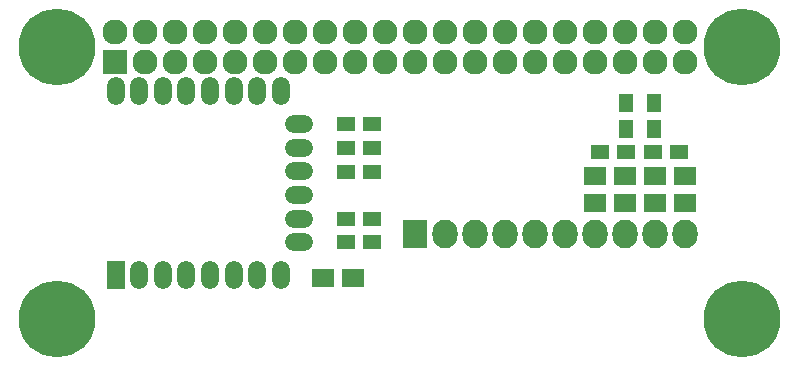
<source format=gts>
G04 #@! TF.FileFunction,Soldermask,Top*
%FSLAX46Y46*%
G04 Gerber Fmt 4.6, Leading zero omitted, Abs format (unit mm)*
G04 Created by KiCad (PCBNEW 4.0.0-stable) date 1/17/2016 1:01:26 AM*
%MOMM*%
G01*
G04 APERTURE LIST*
%ADD10C,0.150000*%
%ADD11R,1.900000X1.650000*%
%ADD12R,2.127200X2.127200*%
%ADD13O,2.127200X2.127200*%
%ADD14R,2.127200X2.432000*%
%ADD15O,2.127200X2.432000*%
%ADD16R,1.600000X1.300000*%
%ADD17C,6.500000*%
%ADD18O,2.400000X1.500000*%
%ADD19R,1.500000X2.400000*%
%ADD20O,1.500000X2.400000*%
%ADD21R,1.300000X1.600000*%
G04 APERTURE END LIST*
D10*
D11*
X119114000Y-101646000D03*
X121614000Y-101646000D03*
D12*
X73370000Y-89770000D03*
D13*
X73370000Y-87230000D03*
X75910000Y-89770000D03*
X75910000Y-87230000D03*
X78450000Y-89770000D03*
X78450000Y-87230000D03*
X80990000Y-89770000D03*
X80990000Y-87230000D03*
X83530000Y-89770000D03*
X83530000Y-87230000D03*
X86070000Y-89770000D03*
X86070000Y-87230000D03*
X88610000Y-89770000D03*
X88610000Y-87230000D03*
X91150000Y-89770000D03*
X91150000Y-87230000D03*
X93690000Y-89770000D03*
X93690000Y-87230000D03*
X96230000Y-89770000D03*
X96230000Y-87230000D03*
X98770000Y-89770000D03*
X98770000Y-87230000D03*
X101310000Y-89770000D03*
X101310000Y-87230000D03*
X103850000Y-89770000D03*
X103850000Y-87230000D03*
X106390000Y-89770000D03*
X106390000Y-87230000D03*
X108930000Y-89770000D03*
X108930000Y-87230000D03*
X111470000Y-89770000D03*
X111470000Y-87230000D03*
X114010000Y-89770000D03*
X114010000Y-87230000D03*
X116550000Y-89770000D03*
X116550000Y-87230000D03*
X119090000Y-89770000D03*
X119090000Y-87230000D03*
X121630000Y-89770000D03*
X121630000Y-87230000D03*
D11*
X121594000Y-99360000D03*
X119094000Y-99360000D03*
D14*
X98765000Y-104350000D03*
D15*
X101305000Y-104350000D03*
X103845000Y-104350000D03*
X106385000Y-104350000D03*
X108925000Y-104350000D03*
X111465000Y-104350000D03*
X114005000Y-104350000D03*
X116545000Y-104350000D03*
X119085000Y-104350000D03*
X121625000Y-104350000D03*
D16*
X95100000Y-105010000D03*
X92900000Y-105010000D03*
X95100000Y-103010000D03*
X92900000Y-103010000D03*
X95100000Y-97010000D03*
X92900000Y-97010000D03*
X95100000Y-95010000D03*
X92900000Y-95010000D03*
X95105400Y-99034600D03*
X92905400Y-99034600D03*
D11*
X91002800Y-108077000D03*
X93502800Y-108077000D03*
D17*
X68500000Y-111500000D03*
X126500000Y-111500000D03*
X126500000Y-88500000D03*
X68500000Y-88500000D03*
D18*
X88969200Y-105010000D03*
X88969200Y-103010000D03*
X88969200Y-101010000D03*
X88969200Y-99010000D03*
X88969200Y-97010000D03*
X88969200Y-95010000D03*
D19*
X73419200Y-107800000D03*
D20*
X75419200Y-107800000D03*
X77419200Y-107800000D03*
X79419200Y-107800000D03*
X81419200Y-107800000D03*
X83419200Y-107800000D03*
X85419200Y-107800000D03*
X87419200Y-107800000D03*
X87419200Y-92200000D03*
X85419200Y-92200000D03*
X83419200Y-92200000D03*
X81419200Y-92200000D03*
X79419200Y-92200000D03*
X77419200Y-92200000D03*
X75419200Y-92200000D03*
X73419200Y-92200000D03*
D11*
X114054000Y-99360000D03*
X116554000Y-99360000D03*
X116554000Y-101646000D03*
X114054000Y-101646000D03*
D21*
X116600000Y-93180000D03*
X116600000Y-95380000D03*
X119000000Y-93180000D03*
X119000000Y-95380000D03*
D16*
X114438000Y-97328000D03*
X116638000Y-97328000D03*
X121126000Y-97328000D03*
X118926000Y-97328000D03*
M02*

</source>
